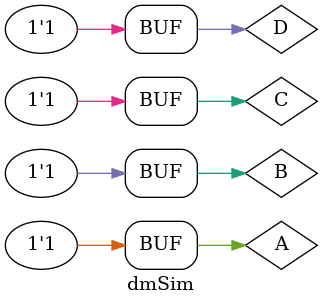
<source format=v>
`timescale 1ns / 1ps


module dmSim( );
    reg A;
    reg B;
    reg C;
    reg D;
    wire X;
    wire Y;
    wire Z;
    //.A imlies the value in dmSource, value in parenthesis comes from this file
    dmSource UUT(.A(A), .B(B), .C(C), .D(D), .X(X), .Y(Y), .Z(Z) );
    //Do this following at the begginning only once
    initial begin
        A = 0;
        B = 0;
        C = 0;
        D = 0;
        #10;
        
        D = 1;
        #10;
        
        C = 1;
        D = 0;
        #10;
        
        D = 1;
        #10;
        
        B = 1;
        C = 0;
        D = 0;
        #10;
        
        D = 1;
        #10;
        
        C = 1;
        D = 0;
        #10;
        
        D = 1;
        #10;
        
        A = 1;
        B = 0;
        C = 0;
        D = 0;
        #10;
        D = 1;
        #10;
                
                C = 1;
                D = 0;
                #10;
                
                D = 1;
                #10;
                
                B = 1;
                C = 0;
                D = 0;
                #10;
                
                D = 1;
                #10;
                
                C = 1;
                D = 0;
                #10;
                
                D = 1;
                #10;        
        //delay of 10 nanoseconds
    end
endmodule

</source>
